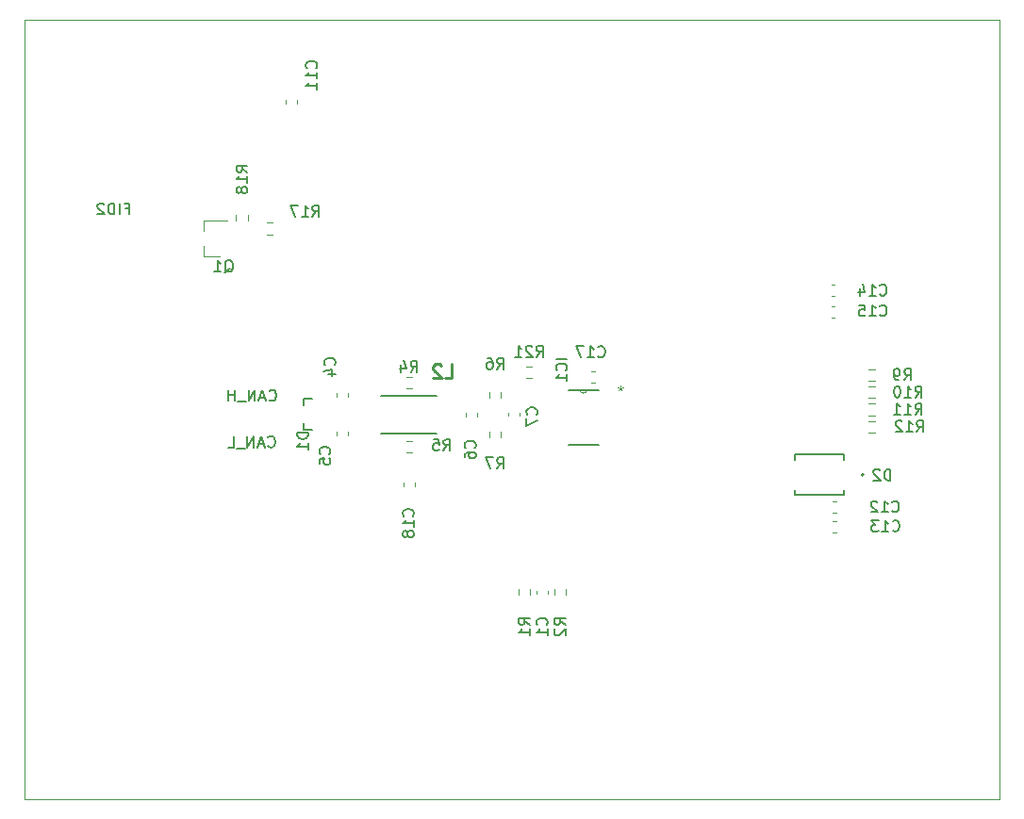
<source format=gbr>
%TF.GenerationSoftware,KiCad,Pcbnew,(5.1.6)-1*%
%TF.CreationDate,2020-12-18T16:38:49+01:00*%
%TF.ProjectId,Board,426f6172-642e-46b6-9963-61645f706362,rev?*%
%TF.SameCoordinates,PX253b400PY7a67730*%
%TF.FileFunction,Legend,Bot*%
%TF.FilePolarity,Positive*%
%FSLAX46Y46*%
G04 Gerber Fmt 4.6, Leading zero omitted, Abs format (unit mm)*
G04 Created by KiCad (PCBNEW (5.1.6)-1) date 2020-12-18 16:38:49*
%MOMM*%
%LPD*%
G01*
G04 APERTURE LIST*
%ADD10C,0.150000*%
%TA.AperFunction,Profile*%
%ADD11C,0.050000*%
%TD*%
%ADD12C,0.120000*%
%ADD13C,0.127000*%
%ADD14C,0.200000*%
%ADD15C,0.152400*%
%ADD16C,0.100000*%
%ADD17C,0.203200*%
%ADD18C,0.254000*%
%ADD19C,0.015000*%
G04 APERTURE END LIST*
D10*
X21967619Y35882858D02*
X22015238Y35835239D01*
X22158095Y35787620D01*
X22253333Y35787620D01*
X22396190Y35835239D01*
X22491428Y35930477D01*
X22539047Y36025715D01*
X22586666Y36216191D01*
X22586666Y36359048D01*
X22539047Y36549524D01*
X22491428Y36644762D01*
X22396190Y36740000D01*
X22253333Y36787620D01*
X22158095Y36787620D01*
X22015238Y36740000D01*
X21967619Y36692381D01*
X21586666Y36073334D02*
X21110476Y36073334D01*
X21681904Y35787620D02*
X21348571Y36787620D01*
X21015238Y35787620D01*
X20681904Y35787620D02*
X20681904Y36787620D01*
X20110476Y35787620D01*
X20110476Y36787620D01*
X19872380Y35692381D02*
X19110476Y35692381D01*
X18872380Y35787620D02*
X18872380Y36787620D01*
X18872380Y36311429D02*
X18300952Y36311429D01*
X18300952Y35787620D02*
X18300952Y36787620D01*
X21858571Y31712858D02*
X21906190Y31665239D01*
X22049047Y31617620D01*
X22144285Y31617620D01*
X22287142Y31665239D01*
X22382380Y31760477D01*
X22430000Y31855715D01*
X22477619Y32046191D01*
X22477619Y32189048D01*
X22430000Y32379524D01*
X22382380Y32474762D01*
X22287142Y32570000D01*
X22144285Y32617620D01*
X22049047Y32617620D01*
X21906190Y32570000D01*
X21858571Y32522381D01*
X21477619Y31903334D02*
X21001428Y31903334D01*
X21572857Y31617620D02*
X21239523Y32617620D01*
X20906190Y31617620D01*
X20572857Y31617620D02*
X20572857Y32617620D01*
X20001428Y31617620D01*
X20001428Y32617620D01*
X19763333Y31522381D02*
X19001428Y31522381D01*
X18287142Y31617620D02*
X18763333Y31617620D01*
X18763333Y32617620D01*
D11*
X0Y70000000D02*
X0Y0D01*
X87500000Y70000000D02*
X0Y70000000D01*
X87500000Y0D02*
X87500000Y70000000D01*
X0Y0D02*
X87500000Y0D01*
D12*
X34000000Y28443767D02*
X34000000Y28151233D01*
X35020000Y28443767D02*
X35020000Y28151233D01*
X50888733Y37400000D02*
X51181267Y37400000D01*
X50888733Y38420000D02*
X51181267Y38420000D01*
X45528224Y37831500D02*
X45018776Y37831500D01*
X45528224Y38876500D02*
X45018776Y38876500D01*
X18967500Y51997776D02*
X18967500Y52507224D01*
X20012500Y51997776D02*
X20012500Y52507224D01*
X21752776Y51792500D02*
X22262224Y51792500D01*
X21752776Y50747500D02*
X22262224Y50747500D01*
X76314724Y32937500D02*
X75805276Y32937500D01*
X76314724Y33982500D02*
X75805276Y33982500D01*
X76314724Y34487500D02*
X75805276Y34487500D01*
X76314724Y35532500D02*
X75805276Y35532500D01*
X76314724Y36037500D02*
X75805276Y36037500D01*
X76314724Y37082500D02*
X75805276Y37082500D01*
X76314724Y37587500D02*
X75805276Y37587500D01*
X76314724Y38632500D02*
X75805276Y38632500D01*
X42771500Y33020724D02*
X42771500Y32511276D01*
X41726500Y33020724D02*
X41726500Y32511276D01*
X42771500Y36600224D02*
X42771500Y36090776D01*
X41726500Y36600224D02*
X41726500Y36090776D01*
X34792224Y31127500D02*
X34282776Y31127500D01*
X34792224Y32172500D02*
X34282776Y32172500D01*
X34747224Y36877500D02*
X34237776Y36877500D01*
X34747224Y37922500D02*
X34237776Y37922500D01*
X48572500Y18862224D02*
X48572500Y18352776D01*
X47527500Y18862224D02*
X47527500Y18352776D01*
X44317500Y18352776D02*
X44317500Y18862224D01*
X45362500Y18352776D02*
X45362500Y18862224D01*
X72458733Y44300000D02*
X72751267Y44300000D01*
X72458733Y43280000D02*
X72751267Y43280000D01*
X72458733Y46210000D02*
X72751267Y46210000D01*
X72458733Y45190000D02*
X72751267Y45190000D01*
X72581733Y24980000D02*
X72874267Y24980000D01*
X72581733Y23960000D02*
X72874267Y23960000D01*
X72874267Y25750000D02*
X72581733Y25750000D01*
X72874267Y26770000D02*
X72581733Y26770000D01*
X23420000Y62513733D02*
X23420000Y62806267D01*
X24440000Y62513733D02*
X24440000Y62806267D01*
X43430000Y34431233D02*
X43430000Y34723767D01*
X44450000Y34431233D02*
X44450000Y34723767D01*
X40600000Y34690267D02*
X40600000Y34397733D01*
X39580000Y34690267D02*
X39580000Y34397733D01*
X28020000Y32723733D02*
X28020000Y33016267D01*
X29040000Y32723733D02*
X29040000Y33016267D01*
X28000000Y36173733D02*
X28000000Y36466267D01*
X29020000Y36173733D02*
X29020000Y36466267D01*
X46960000Y18753767D02*
X46960000Y18461233D01*
X45940000Y18753767D02*
X45940000Y18461233D01*
D13*
X37002000Y36244000D02*
X32002000Y36244000D01*
X37002000Y32844000D02*
X32002000Y32844000D01*
D12*
X16050000Y48810000D02*
X17510000Y48810000D01*
X16050000Y51970000D02*
X18210000Y51970000D01*
X16050000Y51970000D02*
X16050000Y51040000D01*
X16050000Y48810000D02*
X16050000Y49740000D01*
D13*
X69140000Y27760000D02*
X69140000Y27327500D01*
X69140000Y30952500D02*
X69140000Y30520000D01*
X73540000Y27760000D02*
X73540000Y27327500D01*
X73540000Y30952500D02*
X73540000Y30520000D01*
X73540000Y27327500D02*
X69140000Y27327500D01*
X69140000Y30952500D02*
X73540000Y30952500D01*
D14*
X75340000Y29140000D02*
G75*
G03*
X75340000Y29140000I-100000J0D01*
G01*
D15*
X50478600Y36779200D02*
X51545400Y36779200D01*
X49869000Y36779200D02*
X50478600Y36779200D01*
X48802200Y36779200D02*
X49869000Y36779200D01*
X51545400Y31800800D02*
X48802200Y31800800D01*
D16*
X49869000Y36779200D02*
G75*
G03*
X50478600Y36779200I304800J0D01*
G01*
D17*
X25010000Y35410000D02*
X25010000Y36010000D01*
X25010000Y36010000D02*
X25810000Y36010000D01*
X25010000Y33810000D02*
X25010000Y33210000D01*
X25010000Y33210000D02*
X25810000Y33210000D01*
D10*
X9071428Y53071429D02*
X9404761Y53071429D01*
X9404761Y52547620D02*
X9404761Y53547620D01*
X8928571Y53547620D01*
X8547619Y52547620D02*
X8547619Y53547620D01*
X8071428Y52547620D02*
X8071428Y53547620D01*
X7833333Y53547620D01*
X7690476Y53500000D01*
X7595238Y53404762D01*
X7547619Y53309524D01*
X7500000Y53119048D01*
X7500000Y52976191D01*
X7547619Y52785715D01*
X7595238Y52690477D01*
X7690476Y52595239D01*
X7833333Y52547620D01*
X8071428Y52547620D01*
X7119047Y53452381D02*
X7071428Y53500000D01*
X6976190Y53547620D01*
X6738095Y53547620D01*
X6642857Y53500000D01*
X6595238Y53452381D01*
X6547619Y53357143D01*
X6547619Y53261905D01*
X6595238Y53119048D01*
X7166666Y52547620D01*
X6547619Y52547620D01*
X34857142Y25442858D02*
X34904761Y25490477D01*
X34952380Y25633334D01*
X34952380Y25728572D01*
X34904761Y25871429D01*
X34809523Y25966667D01*
X34714285Y26014286D01*
X34523809Y26061905D01*
X34380952Y26061905D01*
X34190476Y26014286D01*
X34095238Y25966667D01*
X34000000Y25871429D01*
X33952380Y25728572D01*
X33952380Y25633334D01*
X34000000Y25490477D01*
X34047619Y25442858D01*
X34952380Y24490477D02*
X34952380Y25061905D01*
X34952380Y24776191D02*
X33952380Y24776191D01*
X34095238Y24871429D01*
X34190476Y24966667D01*
X34238095Y25061905D01*
X34380952Y23919048D02*
X34333333Y24014286D01*
X34285714Y24061905D01*
X34190476Y24109524D01*
X34142857Y24109524D01*
X34047619Y24061905D01*
X34000000Y24014286D01*
X33952380Y23919048D01*
X33952380Y23728572D01*
X34000000Y23633334D01*
X34047619Y23585715D01*
X34142857Y23538096D01*
X34190476Y23538096D01*
X34285714Y23585715D01*
X34333333Y23633334D01*
X34380952Y23728572D01*
X34380952Y23919048D01*
X34428571Y24014286D01*
X34476190Y24061905D01*
X34571428Y24109524D01*
X34761904Y24109524D01*
X34857142Y24061905D01*
X34904761Y24014286D01*
X34952380Y23919048D01*
X34952380Y23728572D01*
X34904761Y23633334D01*
X34857142Y23585715D01*
X34761904Y23538096D01*
X34571428Y23538096D01*
X34476190Y23585715D01*
X34428571Y23633334D01*
X34380952Y23728572D01*
X51492857Y39792858D02*
X51540476Y39745239D01*
X51683333Y39697620D01*
X51778571Y39697620D01*
X51921428Y39745239D01*
X52016666Y39840477D01*
X52064285Y39935715D01*
X52111904Y40126191D01*
X52111904Y40269048D01*
X52064285Y40459524D01*
X52016666Y40554762D01*
X51921428Y40650000D01*
X51778571Y40697620D01*
X51683333Y40697620D01*
X51540476Y40650000D01*
X51492857Y40602381D01*
X50540476Y39697620D02*
X51111904Y39697620D01*
X50826190Y39697620D02*
X50826190Y40697620D01*
X50921428Y40554762D01*
X51016666Y40459524D01*
X51111904Y40411905D01*
X50207142Y40697620D02*
X49540476Y40697620D01*
X49969047Y39697620D01*
X45942857Y39747620D02*
X46276190Y40223810D01*
X46514285Y39747620D02*
X46514285Y40747620D01*
X46133333Y40747620D01*
X46038095Y40700000D01*
X45990476Y40652381D01*
X45942857Y40557143D01*
X45942857Y40414286D01*
X45990476Y40319048D01*
X46038095Y40271429D01*
X46133333Y40223810D01*
X46514285Y40223810D01*
X45561904Y40652381D02*
X45514285Y40700000D01*
X45419047Y40747620D01*
X45180952Y40747620D01*
X45085714Y40700000D01*
X45038095Y40652381D01*
X44990476Y40557143D01*
X44990476Y40461905D01*
X45038095Y40319048D01*
X45609523Y39747620D01*
X44990476Y39747620D01*
X44038095Y39747620D02*
X44609523Y39747620D01*
X44323809Y39747620D02*
X44323809Y40747620D01*
X44419047Y40604762D01*
X44514285Y40509524D01*
X44609523Y40461905D01*
X20002380Y56342858D02*
X19526190Y56676191D01*
X20002380Y56914286D02*
X19002380Y56914286D01*
X19002380Y56533334D01*
X19050000Y56438096D01*
X19097619Y56390477D01*
X19192857Y56342858D01*
X19335714Y56342858D01*
X19430952Y56390477D01*
X19478571Y56438096D01*
X19526190Y56533334D01*
X19526190Y56914286D01*
X20002380Y55390477D02*
X20002380Y55961905D01*
X20002380Y55676191D02*
X19002380Y55676191D01*
X19145238Y55771429D01*
X19240476Y55866667D01*
X19288095Y55961905D01*
X19430952Y54819048D02*
X19383333Y54914286D01*
X19335714Y54961905D01*
X19240476Y55009524D01*
X19192857Y55009524D01*
X19097619Y54961905D01*
X19050000Y54914286D01*
X19002380Y54819048D01*
X19002380Y54628572D01*
X19050000Y54533334D01*
X19097619Y54485715D01*
X19192857Y54438096D01*
X19240476Y54438096D01*
X19335714Y54485715D01*
X19383333Y54533334D01*
X19430952Y54628572D01*
X19430952Y54819048D01*
X19478571Y54914286D01*
X19526190Y54961905D01*
X19621428Y55009524D01*
X19811904Y55009524D01*
X19907142Y54961905D01*
X19954761Y54914286D01*
X20002380Y54819048D01*
X20002380Y54628572D01*
X19954761Y54533334D01*
X19907142Y54485715D01*
X19811904Y54438096D01*
X19621428Y54438096D01*
X19526190Y54485715D01*
X19478571Y54533334D01*
X19430952Y54628572D01*
X25842857Y52347620D02*
X26176190Y52823810D01*
X26414285Y52347620D02*
X26414285Y53347620D01*
X26033333Y53347620D01*
X25938095Y53300000D01*
X25890476Y53252381D01*
X25842857Y53157143D01*
X25842857Y53014286D01*
X25890476Y52919048D01*
X25938095Y52871429D01*
X26033333Y52823810D01*
X26414285Y52823810D01*
X24890476Y52347620D02*
X25461904Y52347620D01*
X25176190Y52347620D02*
X25176190Y53347620D01*
X25271428Y53204762D01*
X25366666Y53109524D01*
X25461904Y53061905D01*
X24557142Y53347620D02*
X23890476Y53347620D01*
X24319047Y52347620D01*
X80089857Y33007620D02*
X80423190Y33483810D01*
X80661285Y33007620D02*
X80661285Y34007620D01*
X80280333Y34007620D01*
X80185095Y33960000D01*
X80137476Y33912381D01*
X80089857Y33817143D01*
X80089857Y33674286D01*
X80137476Y33579048D01*
X80185095Y33531429D01*
X80280333Y33483810D01*
X80661285Y33483810D01*
X79137476Y33007620D02*
X79708904Y33007620D01*
X79423190Y33007620D02*
X79423190Y34007620D01*
X79518428Y33864762D01*
X79613666Y33769524D01*
X79708904Y33721905D01*
X78756523Y33912381D02*
X78708904Y33960000D01*
X78613666Y34007620D01*
X78375571Y34007620D01*
X78280333Y33960000D01*
X78232714Y33912381D01*
X78185095Y33817143D01*
X78185095Y33721905D01*
X78232714Y33579048D01*
X78804142Y33007620D01*
X78185095Y33007620D01*
X79962857Y34557620D02*
X80296190Y35033810D01*
X80534285Y34557620D02*
X80534285Y35557620D01*
X80153333Y35557620D01*
X80058095Y35510000D01*
X80010476Y35462381D01*
X79962857Y35367143D01*
X79962857Y35224286D01*
X80010476Y35129048D01*
X80058095Y35081429D01*
X80153333Y35033810D01*
X80534285Y35033810D01*
X79010476Y34557620D02*
X79581904Y34557620D01*
X79296190Y34557620D02*
X79296190Y35557620D01*
X79391428Y35414762D01*
X79486666Y35319524D01*
X79581904Y35271905D01*
X78058095Y34557620D02*
X78629523Y34557620D01*
X78343809Y34557620D02*
X78343809Y35557620D01*
X78439047Y35414762D01*
X78534285Y35319524D01*
X78629523Y35271905D01*
X79962857Y36107620D02*
X80296190Y36583810D01*
X80534285Y36107620D02*
X80534285Y37107620D01*
X80153333Y37107620D01*
X80058095Y37060000D01*
X80010476Y37012381D01*
X79962857Y36917143D01*
X79962857Y36774286D01*
X80010476Y36679048D01*
X80058095Y36631429D01*
X80153333Y36583810D01*
X80534285Y36583810D01*
X79010476Y36107620D02*
X79581904Y36107620D01*
X79296190Y36107620D02*
X79296190Y37107620D01*
X79391428Y36964762D01*
X79486666Y36869524D01*
X79581904Y36821905D01*
X78391428Y37107620D02*
X78296190Y37107620D01*
X78200952Y37060000D01*
X78153333Y37012381D01*
X78105714Y36917143D01*
X78058095Y36726667D01*
X78058095Y36488572D01*
X78105714Y36298096D01*
X78153333Y36202858D01*
X78200952Y36155239D01*
X78296190Y36107620D01*
X78391428Y36107620D01*
X78486666Y36155239D01*
X78534285Y36202858D01*
X78581904Y36298096D01*
X78629523Y36488572D01*
X78629523Y36726667D01*
X78581904Y36917143D01*
X78534285Y37012381D01*
X78486666Y37060000D01*
X78391428Y37107620D01*
X78978666Y37657620D02*
X79312000Y38133810D01*
X79550095Y37657620D02*
X79550095Y38657620D01*
X79169142Y38657620D01*
X79073904Y38610000D01*
X79026285Y38562381D01*
X78978666Y38467143D01*
X78978666Y38324286D01*
X79026285Y38229048D01*
X79073904Y38181429D01*
X79169142Y38133810D01*
X79550095Y38133810D01*
X78502476Y37657620D02*
X78312000Y37657620D01*
X78216761Y37705239D01*
X78169142Y37752858D01*
X78073904Y37895715D01*
X78026285Y38086191D01*
X78026285Y38467143D01*
X78073904Y38562381D01*
X78121523Y38610000D01*
X78216761Y38657620D01*
X78407238Y38657620D01*
X78502476Y38610000D01*
X78550095Y38562381D01*
X78597714Y38467143D01*
X78597714Y38229048D01*
X78550095Y38133810D01*
X78502476Y38086191D01*
X78407238Y38038572D01*
X78216761Y38038572D01*
X78121523Y38086191D01*
X78073904Y38133810D01*
X78026285Y38229048D01*
X42416666Y29697620D02*
X42750000Y30173810D01*
X42988095Y29697620D02*
X42988095Y30697620D01*
X42607142Y30697620D01*
X42511904Y30650000D01*
X42464285Y30602381D01*
X42416666Y30507143D01*
X42416666Y30364286D01*
X42464285Y30269048D01*
X42511904Y30221429D01*
X42607142Y30173810D01*
X42988095Y30173810D01*
X42083333Y30697620D02*
X41416666Y30697620D01*
X41845238Y29697620D01*
X42416666Y38647620D02*
X42750000Y39123810D01*
X42988095Y38647620D02*
X42988095Y39647620D01*
X42607142Y39647620D01*
X42511904Y39600000D01*
X42464285Y39552381D01*
X42416666Y39457143D01*
X42416666Y39314286D01*
X42464285Y39219048D01*
X42511904Y39171429D01*
X42607142Y39123810D01*
X42988095Y39123810D01*
X41559523Y39647620D02*
X41750000Y39647620D01*
X41845238Y39600000D01*
X41892857Y39552381D01*
X41988095Y39409524D01*
X42035714Y39219048D01*
X42035714Y38838096D01*
X41988095Y38742858D01*
X41940476Y38695239D01*
X41845238Y38647620D01*
X41654761Y38647620D01*
X41559523Y38695239D01*
X41511904Y38742858D01*
X41464285Y38838096D01*
X41464285Y39076191D01*
X41511904Y39171429D01*
X41559523Y39219048D01*
X41654761Y39266667D01*
X41845238Y39266667D01*
X41940476Y39219048D01*
X41988095Y39171429D01*
X42035714Y39076191D01*
X37616666Y31347620D02*
X37950000Y31823810D01*
X38188095Y31347620D02*
X38188095Y32347620D01*
X37807142Y32347620D01*
X37711904Y32300000D01*
X37664285Y32252381D01*
X37616666Y32157143D01*
X37616666Y32014286D01*
X37664285Y31919048D01*
X37711904Y31871429D01*
X37807142Y31823810D01*
X38188095Y31823810D01*
X36711904Y32347620D02*
X37188095Y32347620D01*
X37235714Y31871429D01*
X37188095Y31919048D01*
X37092857Y31966667D01*
X36854761Y31966667D01*
X36759523Y31919048D01*
X36711904Y31871429D01*
X36664285Y31776191D01*
X36664285Y31538096D01*
X36711904Y31442858D01*
X36759523Y31395239D01*
X36854761Y31347620D01*
X37092857Y31347620D01*
X37188095Y31395239D01*
X37235714Y31442858D01*
X34659166Y38377620D02*
X34992500Y38853810D01*
X35230595Y38377620D02*
X35230595Y39377620D01*
X34849642Y39377620D01*
X34754404Y39330000D01*
X34706785Y39282381D01*
X34659166Y39187143D01*
X34659166Y39044286D01*
X34706785Y38949048D01*
X34754404Y38901429D01*
X34849642Y38853810D01*
X35230595Y38853810D01*
X33802023Y39044286D02*
X33802023Y38377620D01*
X34040119Y39425239D02*
X34278214Y38710953D01*
X33659166Y38710953D01*
X48552380Y15666667D02*
X48076190Y16000000D01*
X48552380Y16238096D02*
X47552380Y16238096D01*
X47552380Y15857143D01*
X47600000Y15761905D01*
X47647619Y15714286D01*
X47742857Y15666667D01*
X47885714Y15666667D01*
X47980952Y15714286D01*
X48028571Y15761905D01*
X48076190Y15857143D01*
X48076190Y16238096D01*
X47647619Y15285715D02*
X47600000Y15238096D01*
X47552380Y15142858D01*
X47552380Y14904762D01*
X47600000Y14809524D01*
X47647619Y14761905D01*
X47742857Y14714286D01*
X47838095Y14714286D01*
X47980952Y14761905D01*
X48552380Y15333334D01*
X48552380Y14714286D01*
X45352380Y15666667D02*
X44876190Y16000000D01*
X45352380Y16238096D02*
X44352380Y16238096D01*
X44352380Y15857143D01*
X44400000Y15761905D01*
X44447619Y15714286D01*
X44542857Y15666667D01*
X44685714Y15666667D01*
X44780952Y15714286D01*
X44828571Y15761905D01*
X44876190Y15857143D01*
X44876190Y16238096D01*
X45352380Y14714286D02*
X45352380Y15285715D01*
X45352380Y15000000D02*
X44352380Y15000000D01*
X44495238Y15095239D01*
X44590476Y15190477D01*
X44638095Y15285715D01*
X76792857Y43492858D02*
X76840476Y43445239D01*
X76983333Y43397620D01*
X77078571Y43397620D01*
X77221428Y43445239D01*
X77316666Y43540477D01*
X77364285Y43635715D01*
X77411904Y43826191D01*
X77411904Y43969048D01*
X77364285Y44159524D01*
X77316666Y44254762D01*
X77221428Y44350000D01*
X77078571Y44397620D01*
X76983333Y44397620D01*
X76840476Y44350000D01*
X76792857Y44302381D01*
X75840476Y43397620D02*
X76411904Y43397620D01*
X76126190Y43397620D02*
X76126190Y44397620D01*
X76221428Y44254762D01*
X76316666Y44159524D01*
X76411904Y44111905D01*
X74935714Y44397620D02*
X75411904Y44397620D01*
X75459523Y43921429D01*
X75411904Y43969048D01*
X75316666Y44016667D01*
X75078571Y44016667D01*
X74983333Y43969048D01*
X74935714Y43921429D01*
X74888095Y43826191D01*
X74888095Y43588096D01*
X74935714Y43492858D01*
X74983333Y43445239D01*
X75078571Y43397620D01*
X75316666Y43397620D01*
X75411904Y43445239D01*
X75459523Y43492858D01*
X76792857Y45342858D02*
X76840476Y45295239D01*
X76983333Y45247620D01*
X77078571Y45247620D01*
X77221428Y45295239D01*
X77316666Y45390477D01*
X77364285Y45485715D01*
X77411904Y45676191D01*
X77411904Y45819048D01*
X77364285Y46009524D01*
X77316666Y46104762D01*
X77221428Y46200000D01*
X77078571Y46247620D01*
X76983333Y46247620D01*
X76840476Y46200000D01*
X76792857Y46152381D01*
X75840476Y45247620D02*
X76411904Y45247620D01*
X76126190Y45247620D02*
X76126190Y46247620D01*
X76221428Y46104762D01*
X76316666Y46009524D01*
X76411904Y45961905D01*
X74983333Y45914286D02*
X74983333Y45247620D01*
X75221428Y46295239D02*
X75459523Y45580953D01*
X74840476Y45580953D01*
X77942857Y24142858D02*
X77990476Y24095239D01*
X78133333Y24047620D01*
X78228571Y24047620D01*
X78371428Y24095239D01*
X78466666Y24190477D01*
X78514285Y24285715D01*
X78561904Y24476191D01*
X78561904Y24619048D01*
X78514285Y24809524D01*
X78466666Y24904762D01*
X78371428Y25000000D01*
X78228571Y25047620D01*
X78133333Y25047620D01*
X77990476Y25000000D01*
X77942857Y24952381D01*
X76990476Y24047620D02*
X77561904Y24047620D01*
X77276190Y24047620D02*
X77276190Y25047620D01*
X77371428Y24904762D01*
X77466666Y24809524D01*
X77561904Y24761905D01*
X76657142Y25047620D02*
X76038095Y25047620D01*
X76371428Y24666667D01*
X76228571Y24666667D01*
X76133333Y24619048D01*
X76085714Y24571429D01*
X76038095Y24476191D01*
X76038095Y24238096D01*
X76085714Y24142858D01*
X76133333Y24095239D01*
X76228571Y24047620D01*
X76514285Y24047620D01*
X76609523Y24095239D01*
X76657142Y24142858D01*
X77892857Y25892858D02*
X77940476Y25845239D01*
X78083333Y25797620D01*
X78178571Y25797620D01*
X78321428Y25845239D01*
X78416666Y25940477D01*
X78464285Y26035715D01*
X78511904Y26226191D01*
X78511904Y26369048D01*
X78464285Y26559524D01*
X78416666Y26654762D01*
X78321428Y26750000D01*
X78178571Y26797620D01*
X78083333Y26797620D01*
X77940476Y26750000D01*
X77892857Y26702381D01*
X76940476Y25797620D02*
X77511904Y25797620D01*
X77226190Y25797620D02*
X77226190Y26797620D01*
X77321428Y26654762D01*
X77416666Y26559524D01*
X77511904Y26511905D01*
X76559523Y26702381D02*
X76511904Y26750000D01*
X76416666Y26797620D01*
X76178571Y26797620D01*
X76083333Y26750000D01*
X76035714Y26702381D01*
X75988095Y26607143D01*
X75988095Y26511905D01*
X76035714Y26369048D01*
X76607142Y25797620D01*
X75988095Y25797620D01*
X26157142Y65692858D02*
X26204761Y65740477D01*
X26252380Y65883334D01*
X26252380Y65978572D01*
X26204761Y66121429D01*
X26109523Y66216667D01*
X26014285Y66264286D01*
X25823809Y66311905D01*
X25680952Y66311905D01*
X25490476Y66264286D01*
X25395238Y66216667D01*
X25300000Y66121429D01*
X25252380Y65978572D01*
X25252380Y65883334D01*
X25300000Y65740477D01*
X25347619Y65692858D01*
X26252380Y64740477D02*
X26252380Y65311905D01*
X26252380Y65026191D02*
X25252380Y65026191D01*
X25395238Y65121429D01*
X25490476Y65216667D01*
X25538095Y65311905D01*
X26252380Y63788096D02*
X26252380Y64359524D01*
X26252380Y64073810D02*
X25252380Y64073810D01*
X25395238Y64169048D01*
X25490476Y64264286D01*
X25538095Y64359524D01*
X45957142Y34566667D02*
X46004761Y34614286D01*
X46052380Y34757143D01*
X46052380Y34852381D01*
X46004761Y34995239D01*
X45909523Y35090477D01*
X45814285Y35138096D01*
X45623809Y35185715D01*
X45480952Y35185715D01*
X45290476Y35138096D01*
X45195238Y35090477D01*
X45100000Y34995239D01*
X45052380Y34852381D01*
X45052380Y34757143D01*
X45100000Y34614286D01*
X45147619Y34566667D01*
X45052380Y34233334D02*
X45052380Y33566667D01*
X46052380Y33995239D01*
X40407142Y31566667D02*
X40454761Y31614286D01*
X40502380Y31757143D01*
X40502380Y31852381D01*
X40454761Y31995239D01*
X40359523Y32090477D01*
X40264285Y32138096D01*
X40073809Y32185715D01*
X39930952Y32185715D01*
X39740476Y32138096D01*
X39645238Y32090477D01*
X39550000Y31995239D01*
X39502380Y31852381D01*
X39502380Y31757143D01*
X39550000Y31614286D01*
X39597619Y31566667D01*
X39502380Y30709524D02*
X39502380Y30900000D01*
X39550000Y30995239D01*
X39597619Y31042858D01*
X39740476Y31138096D01*
X39930952Y31185715D01*
X40311904Y31185715D01*
X40407142Y31138096D01*
X40454761Y31090477D01*
X40502380Y30995239D01*
X40502380Y30804762D01*
X40454761Y30709524D01*
X40407142Y30661905D01*
X40311904Y30614286D01*
X40073809Y30614286D01*
X39978571Y30661905D01*
X39930952Y30709524D01*
X39883333Y30804762D01*
X39883333Y30995239D01*
X39930952Y31090477D01*
X39978571Y31138096D01*
X40073809Y31185715D01*
X27357142Y31016667D02*
X27404761Y31064286D01*
X27452380Y31207143D01*
X27452380Y31302381D01*
X27404761Y31445239D01*
X27309523Y31540477D01*
X27214285Y31588096D01*
X27023809Y31635715D01*
X26880952Y31635715D01*
X26690476Y31588096D01*
X26595238Y31540477D01*
X26500000Y31445239D01*
X26452380Y31302381D01*
X26452380Y31207143D01*
X26500000Y31064286D01*
X26547619Y31016667D01*
X26452380Y30111905D02*
X26452380Y30588096D01*
X26928571Y30635715D01*
X26880952Y30588096D01*
X26833333Y30492858D01*
X26833333Y30254762D01*
X26880952Y30159524D01*
X26928571Y30111905D01*
X27023809Y30064286D01*
X27261904Y30064286D01*
X27357142Y30111905D01*
X27404761Y30159524D01*
X27452380Y30254762D01*
X27452380Y30492858D01*
X27404761Y30588096D01*
X27357142Y30635715D01*
X27807142Y39016667D02*
X27854761Y39064286D01*
X27902380Y39207143D01*
X27902380Y39302381D01*
X27854761Y39445239D01*
X27759523Y39540477D01*
X27664285Y39588096D01*
X27473809Y39635715D01*
X27330952Y39635715D01*
X27140476Y39588096D01*
X27045238Y39540477D01*
X26950000Y39445239D01*
X26902380Y39302381D01*
X26902380Y39207143D01*
X26950000Y39064286D01*
X26997619Y39016667D01*
X27235714Y38159524D02*
X27902380Y38159524D01*
X26854761Y38397620D02*
X27569047Y38635715D01*
X27569047Y38016667D01*
X46857142Y15666667D02*
X46904761Y15714286D01*
X46952380Y15857143D01*
X46952380Y15952381D01*
X46904761Y16095239D01*
X46809523Y16190477D01*
X46714285Y16238096D01*
X46523809Y16285715D01*
X46380952Y16285715D01*
X46190476Y16238096D01*
X46095238Y16190477D01*
X46000000Y16095239D01*
X45952380Y15952381D01*
X45952380Y15857143D01*
X46000000Y15714286D01*
X46047619Y15666667D01*
X46952380Y14714286D02*
X46952380Y15285715D01*
X46952380Y15000000D02*
X45952380Y15000000D01*
X46095238Y15095239D01*
X46190476Y15190477D01*
X46238095Y15285715D01*
D18*
X37761666Y37825477D02*
X38366428Y37825477D01*
X38366428Y39095477D01*
X37398809Y38974524D02*
X37338333Y39035000D01*
X37217380Y39095477D01*
X36915000Y39095477D01*
X36794047Y39035000D01*
X36733571Y38974524D01*
X36673095Y38853572D01*
X36673095Y38732620D01*
X36733571Y38551191D01*
X37459285Y37825477D01*
X36673095Y37825477D01*
D10*
X17945238Y47302381D02*
X18040476Y47350000D01*
X18135714Y47445239D01*
X18278571Y47588096D01*
X18373809Y47635715D01*
X18469047Y47635715D01*
X18421428Y47397620D02*
X18516666Y47445239D01*
X18611904Y47540477D01*
X18659523Y47730953D01*
X18659523Y48064286D01*
X18611904Y48254762D01*
X18516666Y48350000D01*
X18421428Y48397620D01*
X18230952Y48397620D01*
X18135714Y48350000D01*
X18040476Y48254762D01*
X17992857Y48064286D01*
X17992857Y47730953D01*
X18040476Y47540477D01*
X18135714Y47445239D01*
X18230952Y47397620D01*
X18421428Y47397620D01*
X17040476Y47397620D02*
X17611904Y47397620D01*
X17326190Y47397620D02*
X17326190Y48397620D01*
X17421428Y48254762D01*
X17516666Y48159524D01*
X17611904Y48111905D01*
X77738095Y28647620D02*
X77738095Y29647620D01*
X77500000Y29647620D01*
X77357142Y29600000D01*
X77261904Y29504762D01*
X77214285Y29409524D01*
X77166666Y29219048D01*
X77166666Y29076191D01*
X77214285Y28885715D01*
X77261904Y28790477D01*
X77357142Y28695239D01*
X77500000Y28647620D01*
X77738095Y28647620D01*
X76785714Y29552381D02*
X76738095Y29600000D01*
X76642857Y29647620D01*
X76404761Y29647620D01*
X76309523Y29600000D01*
X76261904Y29552381D01*
X76214285Y29457143D01*
X76214285Y29361905D01*
X76261904Y29219048D01*
X76833333Y28647620D01*
X76214285Y28647620D01*
X48702380Y39576191D02*
X47702380Y39576191D01*
X48607142Y38528572D02*
X48654761Y38576191D01*
X48702380Y38719048D01*
X48702380Y38814286D01*
X48654761Y38957143D01*
X48559523Y39052381D01*
X48464285Y39100000D01*
X48273809Y39147620D01*
X48130952Y39147620D01*
X47940476Y39100000D01*
X47845238Y39052381D01*
X47750000Y38957143D01*
X47702380Y38814286D01*
X47702380Y38719048D01*
X47750000Y38576191D01*
X47797619Y38528572D01*
X48702380Y37576191D02*
X48702380Y38147620D01*
X48702380Y37861905D02*
X47702380Y37861905D01*
X47845238Y37957143D01*
X47940476Y38052381D01*
X47988095Y38147620D01*
D19*
X53475800Y37174420D02*
X53475800Y36936324D01*
X53713895Y37031562D02*
X53475800Y36936324D01*
X53237704Y37031562D01*
X53618657Y36745848D02*
X53475800Y36936324D01*
X53332942Y36745848D01*
D10*
X25452380Y32938096D02*
X24452380Y32938096D01*
X24452380Y32700000D01*
X24500000Y32557143D01*
X24595238Y32461905D01*
X24690476Y32414286D01*
X24880952Y32366667D01*
X25023809Y32366667D01*
X25214285Y32414286D01*
X25309523Y32461905D01*
X25404761Y32557143D01*
X25452380Y32700000D01*
X25452380Y32938096D01*
X25452380Y31414286D02*
X25452380Y31985715D01*
X25452380Y31700000D02*
X24452380Y31700000D01*
X24595238Y31795239D01*
X24690476Y31890477D01*
X24738095Y31985715D01*
M02*

</source>
